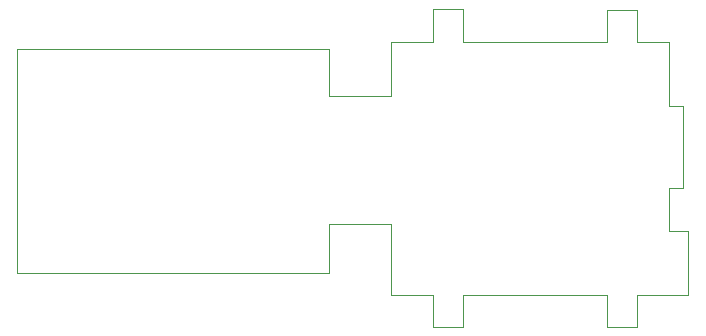
<source format=gbr>
%TF.GenerationSoftware,KiCad,Pcbnew,8.0.5*%
%TF.CreationDate,2025-02-13T02:53:00+01:00*%
%TF.ProjectId,cansatperso,63616e73-6174-4706-9572-736f2e6b6963,rev?*%
%TF.SameCoordinates,Original*%
%TF.FileFunction,Other,ECO2*%
%FSLAX46Y46*%
G04 Gerber Fmt 4.6, Leading zero omitted, Abs format (unit mm)*
G04 Created by KiCad (PCBNEW 8.0.5) date 2025-02-13 02:53:00*
%MOMM*%
%LPD*%
G01*
G04 APERTURE LIST*
%ADD10C,0.100000*%
G04 APERTURE END LIST*
D10*
X171600000Y-72840000D02*
X171600000Y-77410000D01*
X171600000Y-77410000D02*
X166380000Y-77410000D01*
X177750000Y-94210000D02*
X189900000Y-94210000D01*
X189900000Y-94220000D02*
X189900000Y-96980000D01*
X192440000Y-70090000D02*
X189900000Y-70090000D01*
X189900000Y-72840000D02*
X177750000Y-72840000D01*
X166390000Y-88200000D02*
X171600000Y-88200000D01*
X195160000Y-85150000D02*
X196310000Y-85150000D01*
X139990000Y-73410000D02*
X139990000Y-92410000D01*
X166380000Y-77410000D02*
X166380000Y-73410000D01*
X175180000Y-96970000D02*
X177750000Y-96970000D01*
X196310000Y-85150000D02*
X196310000Y-78230000D01*
X175190000Y-72840000D02*
X171600000Y-72840000D01*
X195170000Y-72840000D02*
X192440000Y-72840000D01*
X171600000Y-88200000D02*
X171600000Y-94200000D01*
X192450000Y-96980000D02*
X192450000Y-94220000D01*
X195170000Y-78230000D02*
X195170000Y-72840000D01*
X166390000Y-88300000D02*
X166390000Y-88200000D01*
X139990000Y-92410000D02*
X166390000Y-92410000D01*
X189900000Y-96980000D02*
X192450000Y-96980000D01*
X196800000Y-88820000D02*
X195160000Y-88820000D01*
X166380000Y-73410000D02*
X139990000Y-73410000D01*
X175180000Y-94200000D02*
X175180000Y-96970000D01*
X192450000Y-94220000D02*
X196800000Y-94220000D01*
X177750000Y-96970000D02*
X177750000Y-94210000D01*
X195160000Y-88820000D02*
X195160000Y-85150000D01*
X196310000Y-78230000D02*
X195170000Y-78230000D01*
X177750000Y-70000000D02*
X175190000Y-70000000D01*
X171600000Y-94200000D02*
X175180000Y-94200000D01*
X196800000Y-94220000D02*
X196800000Y-88820000D01*
X192440000Y-72840000D02*
X192440000Y-70090000D01*
X189900000Y-70090000D02*
X189900000Y-72840000D01*
X177750000Y-72840000D02*
X177750000Y-70000000D01*
X166390000Y-92410000D02*
X166390000Y-88300000D01*
X175190000Y-70000000D02*
X175190000Y-72840000D01*
M02*

</source>
